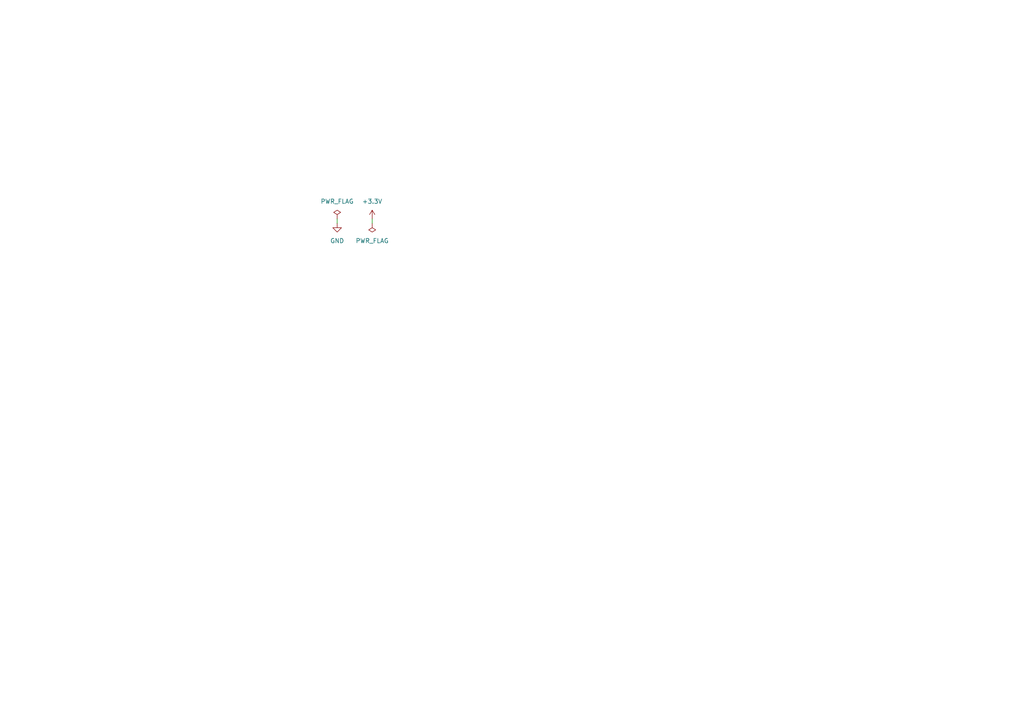
<source format=kicad_sch>
(kicad_sch
	(version 20250114)
	(generator "eeschema")
	(generator_version "9.0")
	(uuid "f28ded0c-c550-422a-b2d6-ea7328f31e26")
	(paper "A4")
	(lib_symbols
		(symbol "power:GND"
			(power)
			(pin_numbers
				(hide yes)
			)
			(pin_names
				(offset 0)
				(hide yes)
			)
			(exclude_from_sim no)
			(in_bom yes)
			(on_board yes)
			(property "Reference" "#PWR"
				(at 0 -6.35 0)
				(effects
					(font
						(size 1.27 1.27)
					)
					(hide yes)
				)
			)
			(property "Value" "GND"
				(at 0 -3.81 0)
				(effects
					(font
						(size 1.27 1.27)
					)
				)
			)
			(property "Footprint" ""
				(at 0 0 0)
				(effects
					(font
						(size 1.27 1.27)
					)
					(hide yes)
				)
			)
			(property "Datasheet" ""
				(at 0 0 0)
				(effects
					(font
						(size 1.27 1.27)
					)
					(hide yes)
				)
			)
			(property "Description" "Power symbol creates a global label with name \"GND\" , ground"
				(at 0 0 0)
				(effects
					(font
						(size 1.27 1.27)
					)
					(hide yes)
				)
			)
			(property "ki_keywords" "global power"
				(at 0 0 0)
				(effects
					(font
						(size 1.27 1.27)
					)
					(hide yes)
				)
			)
			(symbol "GND_0_1"
				(polyline
					(pts
						(xy 0 0) (xy 0 -1.27) (xy 1.27 -1.27) (xy 0 -2.54) (xy -1.27 -1.27) (xy 0 -1.27)
					)
					(stroke
						(width 0)
						(type default)
					)
					(fill
						(type none)
					)
				)
			)
			(symbol "GND_1_1"
				(pin power_in line
					(at 0 0 270)
					(length 0)
					(name "~"
						(effects
							(font
								(size 1.27 1.27)
							)
						)
					)
					(number "1"
						(effects
							(font
								(size 1.27 1.27)
							)
						)
					)
				)
			)
			(embedded_fonts no)
		)
		(symbol "power:PWR_FLAG"
			(power)
			(pin_numbers
				(hide yes)
			)
			(pin_names
				(offset 0)
				(hide yes)
			)
			(exclude_from_sim no)
			(in_bom yes)
			(on_board yes)
			(property "Reference" "#FLG"
				(at 0 1.905 0)
				(effects
					(font
						(size 1.27 1.27)
					)
					(hide yes)
				)
			)
			(property "Value" "PWR_FLAG"
				(at 0 3.81 0)
				(effects
					(font
						(size 1.27 1.27)
					)
				)
			)
			(property "Footprint" ""
				(at 0 0 0)
				(effects
					(font
						(size 1.27 1.27)
					)
					(hide yes)
				)
			)
			(property "Datasheet" "~"
				(at 0 0 0)
				(effects
					(font
						(size 1.27 1.27)
					)
					(hide yes)
				)
			)
			(property "Description" "Special symbol for telling ERC where power comes from"
				(at 0 0 0)
				(effects
					(font
						(size 1.27 1.27)
					)
					(hide yes)
				)
			)
			(property "ki_keywords" "flag power"
				(at 0 0 0)
				(effects
					(font
						(size 1.27 1.27)
					)
					(hide yes)
				)
			)
			(symbol "PWR_FLAG_0_0"
				(pin power_out line
					(at 0 0 90)
					(length 0)
					(name "~"
						(effects
							(font
								(size 1.27 1.27)
							)
						)
					)
					(number "1"
						(effects
							(font
								(size 1.27 1.27)
							)
						)
					)
				)
			)
			(symbol "PWR_FLAG_0_1"
				(polyline
					(pts
						(xy 0 0) (xy 0 1.27) (xy -1.016 1.905) (xy 0 2.54) (xy 1.016 1.905) (xy 0 1.27)
					)
					(stroke
						(width 0)
						(type default)
					)
					(fill
						(type none)
					)
				)
			)
			(embedded_fonts no)
		)
		(symbol "power:VDD"
			(power)
			(pin_numbers
				(hide yes)
			)
			(pin_names
				(offset 0)
				(hide yes)
			)
			(exclude_from_sim no)
			(in_bom yes)
			(on_board yes)
			(property "Reference" "#PWR"
				(at 0 -3.81 0)
				(effects
					(font
						(size 1.27 1.27)
					)
					(hide yes)
				)
			)
			(property "Value" "VDD"
				(at 0 3.556 0)
				(effects
					(font
						(size 1.27 1.27)
					)
				)
			)
			(property "Footprint" ""
				(at 0 0 0)
				(effects
					(font
						(size 1.27 1.27)
					)
					(hide yes)
				)
			)
			(property "Datasheet" ""
				(at 0 0 0)
				(effects
					(font
						(size 1.27 1.27)
					)
					(hide yes)
				)
			)
			(property "Description" "Power symbol creates a global label with name \"VDD\""
				(at 0 0 0)
				(effects
					(font
						(size 1.27 1.27)
					)
					(hide yes)
				)
			)
			(property "ki_keywords" "global power"
				(at 0 0 0)
				(effects
					(font
						(size 1.27 1.27)
					)
					(hide yes)
				)
			)
			(symbol "VDD_0_1"
				(polyline
					(pts
						(xy -0.762 1.27) (xy 0 2.54)
					)
					(stroke
						(width 0)
						(type default)
					)
					(fill
						(type none)
					)
				)
				(polyline
					(pts
						(xy 0 2.54) (xy 0.762 1.27)
					)
					(stroke
						(width 0)
						(type default)
					)
					(fill
						(type none)
					)
				)
				(polyline
					(pts
						(xy 0 0) (xy 0 2.54)
					)
					(stroke
						(width 0)
						(type default)
					)
					(fill
						(type none)
					)
				)
			)
			(symbol "VDD_1_1"
				(pin power_in line
					(at 0 0 90)
					(length 0)
					(name "~"
						(effects
							(font
								(size 1.27 1.27)
							)
						)
					)
					(number "1"
						(effects
							(font
								(size 1.27 1.27)
							)
						)
					)
				)
			)
			(embedded_fonts no)
		)
	)
	(wire
		(pts
			(xy 97.79 63.5) (xy 97.79 64.77)
		)
		(stroke
			(width 0)
			(type default)
		)
		(uuid "c108c77a-9a22-4d28-b6b1-c3627f474d15")
	)
	(wire
		(pts
			(xy 107.95 63.5) (xy 107.95 64.77)
		)
		(stroke
			(width 0)
			(type default)
		)
		(uuid "f2afb934-9277-4d0a-8ce8-001eeb6480f7")
	)
	(symbol
		(lib_id "power:VDD")
		(at 107.95 63.5 0)
		(unit 1)
		(exclude_from_sim no)
		(in_bom yes)
		(on_board yes)
		(dnp no)
		(fields_autoplaced yes)
		(uuid "30eaeaf1-eabb-4c6c-b7a1-dcbbaa228844")
		(property "Reference" "#PWR06"
			(at 107.95 67.31 0)
			(effects
				(font
					(size 1.27 1.27)
				)
				(hide yes)
			)
		)
		(property "Value" "+3.3V"
			(at 107.95 58.42 0)
			(effects
				(font
					(size 1.27 1.27)
				)
			)
		)
		(property "Footprint" ""
			(at 107.95 63.5 0)
			(effects
				(font
					(size 1.27 1.27)
				)
				(hide yes)
			)
		)
		(property "Datasheet" ""
			(at 107.95 63.5 0)
			(effects
				(font
					(size 1.27 1.27)
				)
				(hide yes)
			)
		)
		(property "Description" "Power symbol creates a global label with name \"VDD\""
			(at 107.95 63.5 0)
			(effects
				(font
					(size 1.27 1.27)
				)
				(hide yes)
			)
		)
		(pin "1"
			(uuid "ef2e0231-63cd-45ca-9657-be932aaa41fc")
		)
		(instances
			(project "WSEN-HIDS_Demo_Board"
				(path "/0b9d3690-03ac-4718-a721-d774fd5bc4e6/da043c4a-e63b-4285-ab79-e3083cebdb2b"
					(reference "#PWR06")
					(unit 1)
				)
			)
		)
	)
	(symbol
		(lib_id "power:PWR_FLAG")
		(at 107.95 64.77 180)
		(unit 1)
		(exclude_from_sim no)
		(in_bom yes)
		(on_board yes)
		(dnp no)
		(fields_autoplaced yes)
		(uuid "6a6a1a45-2512-4c01-9c3f-e1a3b2496e6c")
		(property "Reference" "#FLG01"
			(at 107.95 66.675 0)
			(effects
				(font
					(size 1.27 1.27)
				)
				(hide yes)
			)
		)
		(property "Value" "PWR_FLAG"
			(at 107.95 69.85 0)
			(effects
				(font
					(size 1.27 1.27)
				)
			)
		)
		(property "Footprint" ""
			(at 107.95 64.77 0)
			(effects
				(font
					(size 1.27 1.27)
				)
				(hide yes)
			)
		)
		(property "Datasheet" "~"
			(at 107.95 64.77 0)
			(effects
				(font
					(size 1.27 1.27)
				)
				(hide yes)
			)
		)
		(property "Description" "Special symbol for telling ERC where power comes from"
			(at 107.95 64.77 0)
			(effects
				(font
					(size 1.27 1.27)
				)
				(hide yes)
			)
		)
		(pin "1"
			(uuid "5e0b6618-43fb-434d-99a5-06fa92de5f07")
		)
		(instances
			(project "WSEN-HIDS_Demo_Board"
				(path "/0b9d3690-03ac-4718-a721-d774fd5bc4e6/da043c4a-e63b-4285-ab79-e3083cebdb2b"
					(reference "#FLG01")
					(unit 1)
				)
			)
		)
	)
	(symbol
		(lib_id "power:GND")
		(at 97.79 64.77 0)
		(unit 1)
		(exclude_from_sim no)
		(in_bom yes)
		(on_board yes)
		(dnp no)
		(fields_autoplaced yes)
		(uuid "dede29af-7c83-4b81-9e05-f7723ba2e35b")
		(property "Reference" "#PWR07"
			(at 97.79 71.12 0)
			(effects
				(font
					(size 1.27 1.27)
				)
				(hide yes)
			)
		)
		(property "Value" "GND"
			(at 97.79 69.85 0)
			(effects
				(font
					(size 1.27 1.27)
				)
			)
		)
		(property "Footprint" ""
			(at 97.79 64.77 0)
			(effects
				(font
					(size 1.27 1.27)
				)
				(hide yes)
			)
		)
		(property "Datasheet" ""
			(at 97.79 64.77 0)
			(effects
				(font
					(size 1.27 1.27)
				)
				(hide yes)
			)
		)
		(property "Description" "Power symbol creates a global label with name \"GND\" , ground"
			(at 97.79 64.77 0)
			(effects
				(font
					(size 1.27 1.27)
				)
				(hide yes)
			)
		)
		(pin "1"
			(uuid "1c6e703e-c764-4149-84a6-d2d4385ecb09")
		)
		(instances
			(project "WSEN-HIDS_Demo_Board"
				(path "/0b9d3690-03ac-4718-a721-d774fd5bc4e6/da043c4a-e63b-4285-ab79-e3083cebdb2b"
					(reference "#PWR07")
					(unit 1)
				)
			)
		)
	)
	(symbol
		(lib_id "power:PWR_FLAG")
		(at 97.79 63.5 0)
		(unit 1)
		(exclude_from_sim no)
		(in_bom yes)
		(on_board yes)
		(dnp no)
		(fields_autoplaced yes)
		(uuid "fa307683-8e7e-4d7c-abac-ae5d91084bc3")
		(property "Reference" "#FLG02"
			(at 97.79 61.595 0)
			(effects
				(font
					(size 1.27 1.27)
				)
				(hide yes)
			)
		)
		(property "Value" "PWR_FLAG"
			(at 97.79 58.42 0)
			(effects
				(font
					(size 1.27 1.27)
				)
			)
		)
		(property "Footprint" ""
			(at 97.79 63.5 0)
			(effects
				(font
					(size 1.27 1.27)
				)
				(hide yes)
			)
		)
		(property "Datasheet" "~"
			(at 97.79 63.5 0)
			(effects
				(font
					(size 1.27 1.27)
				)
				(hide yes)
			)
		)
		(property "Description" "Special symbol for telling ERC where power comes from"
			(at 97.79 63.5 0)
			(effects
				(font
					(size 1.27 1.27)
				)
				(hide yes)
			)
		)
		(pin "1"
			(uuid "3fcf6548-3a11-4c80-ba2d-1cd2c915f424")
		)
		(instances
			(project "WSEN-HIDS_Demo_Board"
				(path "/0b9d3690-03ac-4718-a721-d774fd5bc4e6/da043c4a-e63b-4285-ab79-e3083cebdb2b"
					(reference "#FLG02")
					(unit 1)
				)
			)
		)
	)
)

</source>
